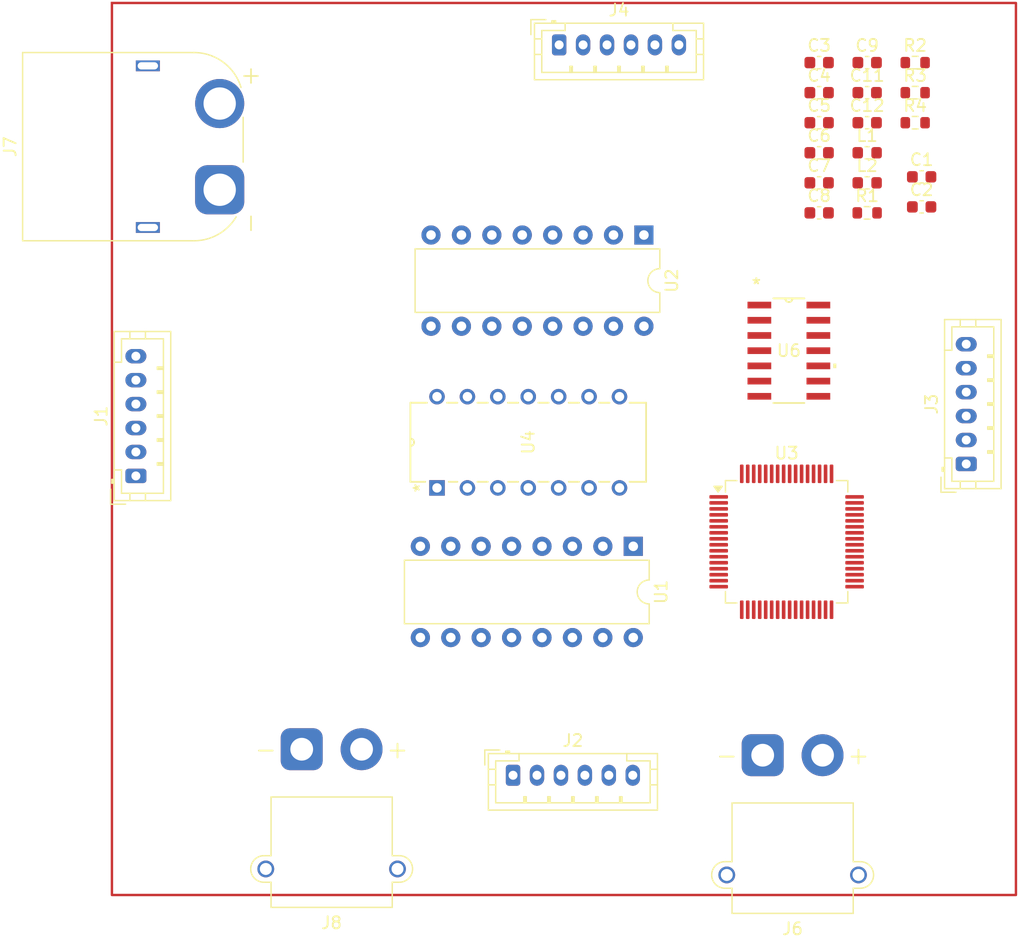
<source format=kicad_pcb>
(kicad_pcb (version 20240108) (generator "pcbnew") (generator_version "8.0")
  (layers (0 "F.Cu" signal) (31 "B.Cu" signal) (34 "B.Paste" user) (35 "F.Paste" user) (36 "B.SilkS" user "B.Silkscreen") (37 "F.SilkS" user "F.Silkscreen") (38 "B.Mask" user) (39 "F.Mask" user) (44 "Edge.Cuts" user))
  (net 0 "")
  (net 1 "/Motor2_4A")
  (net 2 "/Motor1_1A")
  (net 3 "GND")
  (net 4 "/Motor2_3A")
  (net 5 "/Motor2_M2")
  (net 6 "/Motor1_2A")
  (net 7 "/Motor1_M1")
  (net 8 "/Motor1_EN")
  (net 9 "+12V")
  (net 10 "/Motor2_EN")
  (net 11 "/Motor1_M2")
  (net 12 "/Motor2_M1")
  (net 13 "/Motor4_3A")
  (net 14 "/Motor3_1A")
  (net 15 "/Motor3_M1")
  (net 16 "/Motor3_2A")
  (net 17 "/Motor3_EN")
  (net 18 "/Motor4_EN")
  (net 19 "/Motor4_M2")
  (net 20 "/Motor4_4A")
  (net 21 "/Motor4_M1")
  (net 22 "/Motor3_M2")
  (net 28 "/Motor1_ENCB")
  (net 33 "Net-(J5-Pin_2)")
  (net 34 "/Motor2_ENCA")
  (net 37 "/Motor2_ENCB")
  (net 38 "/Motor3_ENCB")
  (net 42 "/Motor3_ENCA")
  (net 48 "/Motor4_ENCA")
  (net 51 "/Motor4_ENCB")
  (net 56 "+3.3V")
  (net 58 "/Motor1_ENCA")
  (net 66 "Net-(J5-Pin_3)")
  (net 69 "Net-(J5-Pin_1)")
  (net 73 "/Motor2_EncTicks")
  (net 74 "/Motor1_EncTicks")
  (net 75 "/Motor4_EncTicks")
  (net 76 "+5V")
  (net 77 "/Motor3_EncTicks")
  (net 86 "Net-(IC1-BST)")
  (net 87 "Net-(IC1-SW)")
  (net 88 "Net-(IC1-FB)")
  (net 89 "Net-(C5-Pad1)")
  (net 90 "Net-(C7-Pad1)")
  (net 91 "Net-(IC2-FB)")
  (net 92 "Net-(IC2-BST)")
  (net 93 "Net-(IC2-SW)")
  (footprint "Capacitor_SMD:C_0603_1608Metric" (layer "F.Cu") (at 214.215 68.53)
    (property "Reference" "C8" (at 0 -1.43 0) (layer "F.SilkS"))
    (property "Value" "22uF")
    (pad "1" smd roundrect (at -0.775 0) (size 0.9 0.95) (layers "F.Cu" "F.Paste" "F.Mask") (net 3 "GND"))
    (pad "2" smd roundrect (at 0.775 0) (size 0.9 0.95) (layers "F.Cu" "F.Paste" "F.Mask") (net 90 "Net-(C7-Pad1)"))
  )
  (footprint "Package_QFP:LQFP-64_10x10mm_P0.5mm" (layer "F.Cu") (at 211.5 96)
    (property "Reference" "U3" (at 0 -7.4 0) (layer "F.SilkS"))
    (property "Value" "STM32F030R8Tx")
    (pad "1" smd roundrect (at -5.675 -3.75) (size 1.55 0.3) (layers "F.Cu" "F.Paste" "F.Mask"))
    (pad "2" smd roundrect (at -5.675 -3.25) (size 1.55 0.3) (layers "F.Cu" "F.Paste" "F.Mask") (net 18 "/Motor4_EN"))
    (pad "3" smd roundrect (at -5.675 -2.75) (size 1.55 0.3) (layers "F.Cu" "F.Paste" "F.Mask") (net 75 "/Motor4_EncTicks"))
    (pad "4" smd roundrect (at -5.675 -2.25) (size 1.55 0.3) (layers "F.Cu" "F.Paste" "F.Mask"))
    (pad "5" smd roundrect (at -5.675 -1.75) (size 1.55 0.3) (layers "F.Cu" "F.Paste" "F.Mask"))
    (pad "6" smd roundrect (at -5.675 -1.25) (size 1.55 0.3) (layers "F.Cu" "F.Paste" "F.Mask"))
    (pad "7" smd roundrect (at -5.675 -0.75) (size 1.55 0.3) (layers "F.Cu" "F.Paste" "F.Mask"))
    (pad "8" smd roundrect (at -5.675 -0.25) (size 1.55 0.3) (layers "F.Cu" "F.Paste" "F.Mask") (net 2 "/Motor1_1A"))
    (pad "9" smd roundrect (at -5.675 0.25) (size 1.55 0.3) (layers "F.Cu" "F.Paste" "F.Mask") (net 8 "/Motor1_EN"))
    (pad "10" smd roundrect (at -5.675 0.75) (size 1.55 0.3) (layers "F.Cu" "F.Paste" "F.Mask") (net 74 "/Motor1_EncTicks"))
    (pad "11" smd roundrect (at -5.675 1.25) (size 1.55 0.3) (layers "F.Cu" "F.Paste" "F.Mask"))
    (pad "12" smd roundrect (at -5.675 1.75) (size 1.55 0.3) (layers "F.Cu" "F.Paste" "F.Mask"))
    (pad "13" smd roundrect (at -5.675 2.25) (size 1.55 0.3) (layers "F.Cu" "F.Paste" "F.Mask"))
    (pad "14" smd roundrect (at -5.675 2.75) (size 1.55 0.3) (layers "F.Cu" "F.Paste" "F.Mask"))
    (pad "15" smd roundrect (at -5.675 3.25) (size 1.55 0.3) (layers "F.Cu" "F.Paste" "F.Mask"))
    (pad "16" smd roundrect (at -5.675 3.75) (size 1.55 0.3) (layers "F.Cu" "F.Paste" "F.Mask") (net 8 "/Motor1_EN"))
    (pad "17" smd roundrect (at -3.75 5.675) (size 0.3 1.55) (layers "F.Cu" "F.Paste" "F.Mask"))
    (pad "18" smd roundrect (at -3.25 5.675) (size 0.3 1.55) (layers "F.Cu" "F.Paste" "F.Mask"))
    (pad "19" smd roundrect (at -2.75 5.675) (size 0.3 1.55) (layers "F.Cu" "F.Paste" "F.Mask"))
    (pad "20" smd roundrect (at -2.25 5.675) (size 0.3 1.55) (layers "F.Cu" "F.Paste" "F.Mask") (net 10 "/Motor2_EN"))
    (pad "21" smd roundrect (at -1.75 5.675) (size 0.3 1.55) (layers "F.Cu" "F.Paste" "F.Mask"))
    (pad "22" smd roundrect (at -1.25 5.675) (size 0.3 1.55) (layers "F.Cu" "F.Paste" "F.Mask") (net 17 "/Motor3_EN"))
    (pad "23" smd roundrect (at -0.75 5.675) (size 0.3 1.55) (layers "F.Cu" "F.Paste" "F.Mask") (net 18 "/Motor4_EN"))
    (pad "24" smd roundrect (at -0.25 5.675) (size 0.3 1.55) (layers "F.Cu" "F.Paste" "F.Mask") (net 4 "/Motor2_3A"))
    (pad "25" smd roundrect (at 0.25 5.675) (size 0.3 1.55) (layers "F.Cu" "F.Paste" "F.Mask") (net 10 "/Motor2_EN"))
    (pad "26" smd roundrect (at 0.75 5.675) (size 0.3 1.55) (layers "F.Cu" "F.Paste" "F.Mask"))
    (pad "27" smd roundrect (at 1.25 5.675) (size 0.3 1.55) (layers "F.Cu" "F.Paste" "F.Mask"))
    (pad "28" smd roundrect (at 1.75 5.675) (size 0.3 1.55) (layers "F.Cu" "F.Paste" "F.Mask"))
    (pad "29" smd roundrect (at 2.25 5.675) (size 0.3 1.55) (layers "F.Cu" "F.Paste" "F.Mask"))
    (pad "30" smd roundrect (at 2.75 5.675) (size 0.3 1.55) (layers "F.Cu" "F.Paste" "F.Mask"))
    (pad "31" smd roundrect (at 3.25 5.675) (size 0.3 1.55) (layers "F.Cu" "F.Paste" "F.Mask") (net 3 "GND"))
    (pad "32" smd roundrect (at 3.75 5.675) (size 0.3 1.55) (layers "F.Cu" "F.Paste" "F.Mask") (net 56 "+3.3V"))
    (pad "33" smd roundrect (at 5.675 3.75) (size 1.55 0.3) (layers "F.Cu" "F.Paste" "F.Mask"))
    (pad "34" smd roundrect (at 5.675 3.25) (size 1.55 0.3) (layers "F.Cu" "F.Paste" "F.Mask"))
    (pad "35" smd roundrect (at 5.675 2.75) (size 1.55 0.3) (layers "F.Cu" "F.Paste" "F.Mask"))
    (pad "36" smd roundrect (at 5.675 2.25) (size 1.55 0.3) (layers "F.Cu" "F.Paste" "F.Mask"))
    (pad "37" smd roundrect (at 5.675 1.75) (size 1.55 0.3) (layers "F.Cu" "F.Paste" "F.Mask") (net 73 "/Motor2_EncTicks"))
    (pad "38" smd roundrect (at 5.675 1.25) (size 1.55 0.3) (layers "F.Cu" "F.Paste" "F.Mask"))
    (pad "39" smd roundrect (at 5.675 0.75) (size 1.55 0.3) (layers "F.Cu" "F.Paste" "F.Mask") (net 14 "/Motor3_1A"))
    (pad "40" smd roundrect (at 5.675 0.25) (size 1.55 0.3) (layers "F.Cu" "F.Paste" "F.Mask") (net 17 "/Motor3_EN"))
    (pad "41" smd roundrect (at 5.675 -0.25) (size 1.55 0.3) (layers "F.Cu" "F.Paste" "F.Mask"))
    (pad "42" smd roundrect (at 5.675 -0.75) (size 1.55 0.3) (layers "F.Cu" "F.Paste" "F.Mask"))
    (pad "43" smd roundrect (at 5.675 -1.25) (size 1.55 0.3) (layers "F.Cu" "F.Paste" "F.Mask"))
    (pad "44" smd roundrect (at 5.675 -1.75) (size 1.55 0.3) (layers "F.Cu" "F.Paste" "F.Mask"))
    (pad "45" smd roundrect (at 5.675 -2.25) (size 1.55 0.3) (layers "F.Cu" "F.Paste" "F.Mask"))
    (pad "46" smd roundrect (at 5.675 -2.75) (size 1.55 0.3) (layers "F.Cu" "F.Paste" "F.Mask") (net 66 "Net-(J5-Pin_3)"))
    (pad "47" smd roundrect (at 5.675 -3.25) (size 1.55 0.3) (layers "F.Cu" "F.Paste" "F.Mask"))
    (pad "48" smd roundrect (at 5.675 -3.75) (size 1.55 0.3) (layers "F.Cu" "F.Paste" "F.Mask"))
    (pad "49" smd roundrect (at 3.75 -5.675) (size 0.3 1.55) (layers "F.Cu" "F.Paste" "F.Mask") (net 33 "Net-(J5-Pin_2)"))
    (pad "50" smd roundrect (at 3.25 -5.675) (size 0.3 1.55) (layers "F.Cu" "F.Paste" "F.Mask"))
    (pad "51" smd roundrect (at 2.75 -5.675) (size 0.3 1.55) (layers "F.Cu" "F.Paste" "F.Mask") (net 77 "/Motor3_EncTicks"))
    (pad "52" smd roundrect (at 2.25 -5.675) (size 0.3 1.55) (layers "F.Cu" "F.Paste" "F.Mask"))
    (pad "53" smd roundrect (at 1.75 -5.675) (size 0.3 1.55) (layers "F.Cu" "F.Paste" "F.Mask") (net 13 "/Motor4_3A"))
    (pad "54" smd roundrect (at 1.25 -5.675) (size 0.3 1.55) (layers "F.Cu" "F.Paste" "F.Mask"))
    (pad "55" smd roundrect (at 0.75 -5.675) (size 0.3 1.55) (layers "F.Cu" "F.Paste" "F.Mask"))
    (pad "56" smd roundrect (at 0.25 -5.675) (size 0.3 1.55) (layers "F.Cu" "F.Paste" "F.Mask"))
    (pad "57" smd roundrect (at -0.25 -5.675) (size 0.3 1.55) (layers "F.Cu" "F.Paste" "F.Mask"))
    (pad "58" smd roundrect (at -0.75 -5.675) (size 0.3 1.55) (layers "F.Cu" "F.Paste" "F.Mask"))
    (pad "59" smd roundrect (at -1.25 -5.675) (size 0.3 1.55) (layers "F.Cu" "F.Paste" "F.Mask"))
    (pad "60" smd roundrect (at -1.75 -5.675) (size 0.3 1.55) (layers "F.Cu" "F.Paste" "F.Mask"))
    (pad "61" smd roundrect (at -2.25 -5.675) (size 0.3 1.55) (layers "F.Cu" "F.Paste" "F.Mask"))
    (pad "62" smd roundrect (at -2.75 -5.675) (size 0.3 1.55) (layers "F.Cu" "F.Paste" "F.Mask"))
    (pad "63" smd roundrect (at -3.25 -5.675) (size 0.3 1.55) (layers "F.Cu" "F.Paste" "F.Mask") (net 3 "GND"))
    (pad "64" smd roundrect (at -3.75 -5.675) (size 0.3 1.55) (layers "F.Cu" "F.Paste" "F.Mask") (net 69 "Net-(J5-Pin_1)"))
  )
  (footprint "Resistor_SMD:R_0603_1608Metric" (layer "F.Cu") (at 222.235 58.49)
    (property "Reference" "R3" (at 0 -1.43 0) (layer "F.SilkS"))
    (property "Value" "93.1k")
    (pad "1" smd roundrect (at -0.825 0) (size 0.8 0.95) (layers "F.Cu" "F.Paste" "F.Mask") (net 56 "+3.3V"))
    (pad "2" smd roundrect (at 0.825 0) (size 0.8 0.95) (layers "F.Cu" "F.Paste" "F.Mask") (net 91 "Net-(IC2-FB)"))
  )
  (footprint "Connector_JST:JST_PH_B6B-PH-K_1x06_P2.00mm_Vertical" (layer "F.Cu") (at 192.5 54.5)
    (property "Reference" "J4" (at 5 -2.9 0) (layer "F.SilkS"))
    (property "Value" "Motor3_output")
    (pad "1" thru_hole roundrect (at 0 0) (size 1.2 1.75) (drill 0.75) (layers "*.Cu" "*.Mask") (roundrect_rratio 0.208333) (net 15 "/Motor3_M1"))
    (pad "2" thru_hole oval (at 2 0) (size 1.2 1.75) (drill 0.75) (layers "*.Cu" "*.Mask") (net 3 "GND"))
    (pad "3" thru_hole oval (at 4 0) (size 1.2 1.75) (drill 0.75) (layers "*.Cu" "*.Mask") (net 42 "/Motor3_ENCA"))
    (pad "4" thru_hole oval (at 6 0) (size 1.2 1.75) (drill 0.75) (layers "*.Cu" "*.Mask") (net 38 "/Motor3_ENCB"))
    (pad "5" thru_hole oval (at 8 0) (size 1.2 1.75) (drill 0.75) (layers "*.Cu" "*.Mask") (net 56 "+3.3V"))
    (pad "6" thru_hole oval (at 10 0) (size 1.2 1.75) (drill 0.75) (layers "*.Cu" "*.Mask") (net 22 "/Motor3_M2"))
  )
  (footprint "Capacitor_SMD:C_0603_1608Metric" (layer "F.Cu") (at 214.215 58.49)
    (property "Reference" "C4" (at 0 -1.43 0) (layer "F.SilkS"))
    (property "Value" "47pF")
    (pad "1" smd roundrect (at -0.775 0) (size 0.9 0.95) (layers "F.Cu" "F.Paste" "F.Mask") (net 76 "+5V"))
    (pad "2" smd roundrect (at 0.775 0) (size 0.9 0.95) (layers "F.Cu" "F.Paste" "F.Mask") (net 88 "Net-(IC1-FB)"))
  )
  (footprint "Package_DIP:DIP-16_W7.62mm" (layer "F.Cu") (at 199.58 70.38 -90)
    (property "Reference" "U2" (at 3.81 -2.33 90) (layer "F.SilkS"))
    (property "Value" "SN754410NE")
    (pad "1" thru_hole rect (at 0 0 270) (size 1.6 1.6) (drill 0.8) (layers "*.Cu" "*.Mask") (net 17 "/Motor3_EN"))
    (pad "2" thru_hole oval (at 0 2.54 270) (size 1.6 1.6) (drill 0.8) (layers "*.Cu" "*.Mask") (net 14 "/Motor3_1A"))
    (pad "3" thru_hole oval (at 0 5.08 270) (size 1.6 1.6) (drill 0.8) (layers "*.Cu" "*.Mask") (net 15 "/Motor3_M1"))
    (pad "4" thru_hole oval (at 0 7.62 270) (size 1.6 1.6) (drill 0.8) (layers "*.Cu" "*.Mask") (net 3 "GND"))
    (pad "5" thru_hole oval (at 0 10.16 270) (size 1.6 1.6) (drill 0.8) (layers "*.Cu" "*.Mask") (net 3 "GND"))
    (pad "6" thru_hole oval (at 0 12.7 270) (size 1.6 1.6) (drill 0.8) (layers "*.Cu" "*.Mask") (net 22 "/Motor3_M2"))
    (pad "7" thru_hole oval (at 0 15.24 270) (size 1.6 1.6) (drill 0.8) (layers "*.Cu" "*.Mask") (net 16 "/Motor3_2A"))
    (pad "8" thru_hole oval (at 0 17.78 270) (size 1.6 1.6) (drill 0.8) (layers "*.Cu" "*.Mask") (net 9 "+12V"))
    (pad "9" thru_hole oval (at 7.62 17.78 270) (size 1.6 1.6) (drill 0.8) (layers "*.Cu" "*.Mask") (net 18 "/Motor4_EN"))
    (pad "10" thru_hole oval (at 7.62 15.24 270) (size 1.6 1.6) (drill 0.8) (layers "*.Cu" "*.Mask") (net 13 "/Motor4_3A"))
    (pad "11" thru_hole oval (at 7.62 12.7 270) (size 1.6 1.6) (drill 0.8) (layers "*.Cu" "*.Mask") (net 21 "/Motor4_M1"))
    (pad "12" thru_hole oval (at 7.62 10.16 270) (size 1.6 1.6) (drill 0.8) (layers "*.Cu" "*.Mask") (net 3 "GND"))
    (pad "13" thru_hole oval (at 7.62 7.62 270) (size 1.6 1.6) (drill 0.8) (layers "*.Cu" "*.Mask") (net 3 "GND"))
    (pad "14" thru_hole oval (at 7.62 5.08 270) (size 1.6 1.6) (drill 0.8) (layers "*.Cu" "*.Mask") (net 19 "/Motor4_M2"))
    (pad "15" thru_hole oval (at 7.62 2.54 270) (size 1.6 1.6) (drill 0.8) (layers "*.Cu" "*.Mask") (net 20 "/Motor4_4A"))
    (pad "16" thru_hole oval (at 7.62 0 270) (size 1.6 1.6) (drill 0.8) (layers "*.Cu" "*.Mask") (net 9 "+12V"))
  )
  (footprint "Connector_AMASS:AMASS_XT60PW-M_1x02_P7.20mm_Horizontal" (layer "F.Cu") (at 164.15 66.6 90)
    (property "Reference" "J7" (at 3.6 -17.5 90) (layer "F.SilkS"))
    (property "Value" "12V Input")
    (fp_text user "-" (at -2.8 2.5 90) (layer "F.SilkS") (effects (font (size 1.5 1.5))))
    (fp_text user "+" (at 9.5 2.5 90) (layer "F.SilkS") (effects (font (size 1.5 1.5))))
    (pad "" thru_hole rect (at -3.15 -6 90) (size 0.9 2) (drill oval 0.6 1.7) (layers "*.Cu" "*.Mask"))
    (pad "" thru_hole rect (at 10.35 -6 90) (size 0.9 2) (drill oval 0.6 1.7) (layers "*.Cu" "*.Mask"))
    (pad "1" thru_hole roundrect (at 0 0 90) (size 4.1 4.1) (drill 2.7) (layers "*.Cu" "*.Mask") (net 9 "+12V"))
    (pad "2" thru_hole circle (at 7.2 0 90) (size 4.1 4.1) (drill 2.7) (layers "*.Cu" "*.Mask") (net 3 "GND"))
  )
  (footprint "Capacitor_SMD:C_0603_1608Metric" (layer "F.Cu") (at 218.225 58.49)
    (property "Reference" "C11" (at 0 -1.43 0) (layer "F.SilkS"))
    (property "Value" "10uF")
    (pad "1" smd roundrect (at -0.775 0) (size 0.9 0.95) (layers "F.Cu" "F.Paste" "F.Mask") (net 9 "+12V"))
    (pad "2" smd roundrect (at 0.775 0) (size 0.9 0.95) (layers "F.Cu" "F.Paste" "F.Mask") (net 3 "GND"))
  )
  (footprint "Capacitor_SMD:C_0603_1608Metric" (layer "F.Cu") (at 222.775 65.52)
    (property "Reference" "C1" (at 0 -1.43 0) (layer "F.SilkS"))
    (property "Value" ".1 uF")
    (pad "1" smd roundrect (at -0.775 0) (size 0.9 0.95) (layers "F.Cu" "F.Paste" "F.Mask") (net 3 "GND"))
    (pad "2" smd roundrect (at 0.775 0) (size 0.9 0.95) (layers "F.Cu" "F.Paste" "F.Mask") (net 56 "+3.3V"))
  )
  (footprint "Capacitor_SMD:C_0603_1608Metric" (layer "F.Cu") (at 218.225 55.98)
    (property "Reference" "C9" (at 0 -1.43 0) (layer "F.SilkS"))
    (property "Value" "56pF")
    (pad "1" smd roundrect (at -0.775 0) (size 0.9 0.95) (layers "F.Cu" "F.Paste" "F.Mask") (net 56 "+3.3V"))
    (pad "2" smd roundrect (at 0.775 0) (size 0.9 0.95) (layers "F.Cu" "F.Paste" "F.Mask") (net 91 "Net-(IC2-FB)"))
  )
  (footprint "Inductor_SMD:L_0603_1608Metric" (layer "F.Cu") (at 218.225 63.51)
    (property "Reference" "L1" (at 0 -1.43 0) (layer "F.SilkS"))
    (property "Value" "6.8u")
    (pad "1" smd roundrect (at -0.7875 0) (size 0.875 0.95) (layers "F.Cu" "F.Paste" "F.Mask") (net 76 "+5V"))
    (pad "2" smd roundrect (at 0.7875 0) (size 0.875 0.95) (layers "F.Cu" "F.Paste" "F.Mask") (net 87 "Net-(IC1-SW)"))
  )
  (footprint "Capacitor_SMD:C_0603_1608Metric" (layer "F.Cu") (at 214.215 55.98)
    (property "Reference" "C3" (at 0 -1.43 0) (layer "F.SilkS"))
    (property "Value" "100nF")
    (pad "1" smd roundrect (at -0.775 0) (size 0.9 0.95) (layers "F.Cu" "F.Paste" "F.Mask") (net 87 "Net-(IC1-SW)"))
    (pad "2" smd roundrect (at 0.775 0) (size 0.9 0.95) (layers "F.Cu" "F.Paste" "F.Mask") (net 86 "Net-(IC1-BST)"))
  )
  (footprint "Capacitor_SMD:C_0603_1608Metric" (layer "F.Cu") (at 214.215 63.51)
    (property "Reference" "C6" (at 0 -1.43 0) (layer "F.SilkS"))
    (property "Value" "22uF")
    (pad "1" smd roundrect (at -0.775 0) (size 0.9 0.95) (layers "F.Cu" "F.Paste" "F.Mask") (net 3 "GND"))
    (pad "2" smd roundrect (at 0.775 0) (size 0.9 0.95) (layers "F.Cu" "F.Paste" "F.Mask") (net 89 "Net-(C5-Pad1)"))
  )
  (footprint "Connector_AMASS:AMASS_XT30PW-M_1x02_P2.50mm_Horizontal" (layer "F.Cu") (at 171 113.325 180)
    (property "Reference" "J8" (at -2.5 -14.5 180) (layer "F.SilkS"))
    (property "Value" "5V Input")
    (fp_text user "+" (at -8 0 180) (layer "F.SilkS") (effects (font (size 1.5 1.5))))
    (fp_text user "-" (at 3 0 180) (layer "F.SilkS") (effects (font (size 1.5 1.5))))
    (pad "" thru_hole circle (at -8 -10 180) (size 1.4 1.4) (drill 1) (layers "*.Cu" "*.Mask"))
    (pad "" thru_hole circle (at 3 -10 180) (size 1.4 1.4) (drill 1) (layers "*.Cu" "*.Mask"))
    (pad "1" thru_hole roundrect (at 0 0 180) (size 3.5 3.5) (drill 1.9) (layers "*.Cu" "*.Mask") (roundrect_rratio 0.22) (net 76 "+5V"))
    (pad "2" thru_hole circle (at -5 0 180) (size 3.5 3.5) (drill 1.9) (layers "*.Cu" "*.Mask") (net 3 "GND"))
  )
  (footprint "Capacitor_SMD:C_0603_1608Metric" (layer "F.Cu") (at 214.215 61)
    (property "Reference" "C5" (at 0 -1.43 0) (layer "F.SilkS"))
    (property "Value" "22uF")
    (pad "1" smd roundrect (at -0.775 0) (size 0.9 0.95) (layers "F.Cu" "F.Paste" "F.Mask") (net 89 "Net-(C5-Pad1)"))
    (pad "2" smd roundrect (at 0.775 0) (size 0.9 0.95) (layers "F.Cu" "F.Paste" "F.Mask") (net 76 "+5V"))
  )
  (footprint "Resistor_SMD:R_0603_1608Metric" (layer "F.Cu") (at 222.235 55.98)
    (property "Reference" "R2" (at 0 -1.43 0) (layer "F.SilkS"))
    (property "Value" "30.1k")
    (pad "1" smd roundrect (at -0.825 0) (size 0.8 0.95) (layers "F.Cu" "F.Paste" "F.Mask") (net 88 "Net-(IC1-FB)"))
    (pad "2" smd roundrect (at 0.825 0) (size 0.8 0.95) (layers "F.Cu" "F.Paste" "F.Mask") (net 3 "GND"))
  )
  (footprint "Capacitor_SMD:C_0603_1608Metric" (layer "F.Cu") (at 222.775 68.03)
    (property "Reference" "C2" (at 0 -1.43 0) (layer "F.SilkS"))
    (property "Value" ".1 uF")
    (pad "1" smd roundrect (at -0.775 0) (size 0.9 0.95) (layers "F.Cu" "F.Paste" "F.Mask") (net 3 "GND"))
    (pad "2" smd roundrect (at 0.775 0) (size 0.9 0.95) (layers "F.Cu" "F.Paste" "F.Mask") (net 69 "Net-(J5-Pin_1)"))
  )
  (footprint "Capacitor_SMD:C_0603_1608Metric" (layer "F.Cu") (at 214.215 66.02)
    (property "Reference" "C7" (at 0 -1.43 0) (layer "F.SilkS"))
    (property "Value" "22uF")
    (pad "1" smd roundrect (at -0.775 0) (size 0.9 0.95) (layers "F.Cu" "F.Paste" "F.Mask") (net 90 "Net-(C7-Pad1)"))
    (pad "2" smd roundrect (at 0.775 0) (size 0.9 0.95) (layers "F.Cu" "F.Paste" "F.Mask") (net 56 "+3.3V"))
  )
  (footprint "Resistor_SMD:R_0603_1608Metric" (layer "F.Cu") (at 218.225 68.53)
    (property "Reference" "R1" (at 0 -1.43 0) (layer "F.SilkS"))
    (property "Value" "158k")
    (pad "1" smd roundrect (at -0.825 0) (size 0.8 0.95) (layers "F.Cu" "F.Paste" "F.Mask") (net 76 "+5V"))
    (pad "2" smd roundrect (at 0.825 0) (size 0.8 0.95) (layers "F.Cu" "F.Paste" "F.Mask") (net 88 "Net-(IC1-FB)"))
  )
  (footprint "Connector_JST:JST_PH_B6B-PH-K_1x06_P2.00mm_Vertical" (layer "F.Cu") (at 157.15 90.5 90)
    (property "Reference" "J1" (at 5 -2.9 90) (layer "F.SilkS"))
    (property "Value" "Motor1_output")
    (pad "1" thru_hole roundrect (at 0 0 90) (size 1.2 1.75) (drill 0.75) (layers "*.Cu" "*.Mask") (roundrect_rratio 0.208333) (net 7 "/Motor1_M1"))
    (pad "2" thru_hole oval (at 2 0 90) (size 1.2 1.75) (drill 0.75) (layers "*.Cu" "*.Mask") (net 3 "GND"))
    (pad "3" thru_hole oval (at 4 0 90) (size 1.2 1.75) (drill 0.75) (layers "*.Cu" "*.Mask") (net 58 "/Motor1_ENCA"))
    (pad "4" thru_hole oval (at 6 0 90) (size 1.2 1.75) (drill 0.75) (layers "*.Cu" "*.Mask") (net 28 "/Motor1_ENCB"))
    (pad "5" thru_hole oval (at 8 0 90) (size 1.2 1.75) (drill 0.75) (layers "*.Cu" "*.Mask") (net 56 "+3.3V"))
    (pad "6" thru_hole oval (at 10 0 90) (size 1.2 1.75) (drill 0.75) (layers "*.Cu" "*.Mask") (net 11 "/Motor1_M2"))
  )
  (footprint "Connector_JST:JST_PH_B6B-PH-K_1x06_P2.00mm_Vertical" (layer "F.Cu") (at 188.65 115.5)
    (property "Reference" "J2" (at 5 -2.9 0) (layer "F.SilkS"))
    (property "Value" "Motor2_output")
    (pad "1" thru_hole roundrect (at 0 0) (size 1.2 1.75) (drill 0.75) (layers "*.Cu" "*.Mask") (roundrect_rratio 0.208333) (net 12 "/Motor2_M1"))
    (pad "2" thru_hole oval (at 2 0) (size 1.2 1.75) (drill 0.75) (layers "*.Cu" "*.Mask") (net 3 "GND"))
    (pad "3" thru_hole oval (at 4 0) (size 1.2 1.75) (drill 0.75) (layers "*.Cu" "*.Mask") (net 34 "/Motor2_ENCA"))
    (pad "4" thru_hole oval (at 6 0) (size 1.2 1.75) (drill 0.75) (layers "*.Cu" "*.Mask") (net 37 "/Motor2_ENCB"))
    (pad "5" thru_hole oval (at 8 0) (size 1.2 1.75) (drill 0.75) (layers "*.Cu" "*.Mask") (net 56 "+3.3V"))
    (pad "6" thru_hole oval (at 10 0) (size 1.2 1.75) (drill 0.75) (layers "*.Cu" "*.Mask") (net 5 "/Motor2_M2"))
  )
  (footprint "Inductor_SMD:L_0603_1608Metric" (layer "F.Cu") (at 218.225 66.02)
    (property "Reference" "L2" (at 0 -1.43 0) (layer "F.SilkS"))
    (property "Value" "4.7u")
    (pad "1" smd roundrect (at -0.7875 0) (size 0.875 0.95) (layers "F.Cu" "F.Paste" "F.Mask") (net 56 "+3.3V"))
    (pad "2" smd roundrect (at 0.7875 0) (size 0.875 0.95) (layers "F.Cu" "F.Paste" "F.Mask"))
  )
  (footprint "Resistor_SMD:R_0603_1608Metric" (layer "F.Cu") (at 222.235 61)
    (property "Reference" "R4" (at 0 -1.43 0) (layer "F.SilkS"))
    (property "Value" "30.1k")
    (pad "1" smd roundrect (at -0.825 0) (size 0.8 0.95) (layers "F.Cu" "F.Paste" "F.Mask") (net 91 "Net-(IC2-FB)"))
    (pad "2" smd roundrect (at 0.825 0) (size 0.8 0.95) (layers "F.Cu" "F.Paste" "F.Mask") (net 3 "GND"))
  )
  (footprint "CD74HC04E:N14" (layer "F.Cu") (at 197.54 83.88 90)
    (property "Reference" "U4" (at -3.81 -7.62 90) (layer "F.SilkS"))
    (property "Value" "CD74HC04E")
    (fp_text user "*" (at -7.62 -16.6497 90) (layer "F.SilkS"))
    (fp_text user "*" (at -7.62 -16.6497 90) (layer "F.SilkS"))
    (pad "1" thru_hole rect (at -7.62 -15.24 90) (size 1.2954 1.2954) (drill 0.7874) (layers "*.Cu" "*.Mask") (net 2 "/Motor1_1A"))
    (pad "2" thru_hole circle (at -7.62 -12.7 90) (size 1.2954 1.2954) (drill 0.7874) (layers "*.Cu" "*.Mask") (net 6 "/Motor1_2A"))
    (pad "3" thru_hole circle (at -7.62 -10.16 90) (size 1.2954 1.2954) (drill 0.7874) (layers "*.Cu" "*.Mask") (net 4 "/Motor2_3A"))
    (pad "4" thru_hole circle (at -7.62 -7.62 90) (size 1.2954 1.2954) (drill 0.7874) (layers "*.Cu" "*.Mask") (net 1 "/Motor2_4A"))
    (pad "5" thru_hole circle (at -7.62 -5.08 90) (size 1.2954 1.2954) (drill 0.7874) (layers "*.Cu" "*.Mask") (net 14 "/Motor3_1A"))
    (pad "6" thru_hole circle (at -7.62 -2.54 90) (size 1.2954 1.2954) (drill 0.7874) (layers "*.Cu" "*.Mask") (net 16 "/Motor3_2A"))
    (pad "7" thru_hole circle (at -7.62 0 90) (size 1.2954 1.2954) (drill 0.7874) (layers "*.Cu" "*.Mask") (net 3 "GND"))
    (pad "8" thru_hole circle (at 0 0 90) (size 1.2954 1.2954) (drill 0.7874) (layers "*.Cu" "*.Mask") (net 20 "/Motor4_4A"))
    (pad "9" thru_hole circle (at 0 -2.54 90) (size 1.2954 1.2954) (drill 0.7874) (layers "*.Cu" "*.Mask") (net 13 "/Motor4_3A"))
    (pad "10" thru_hole circle (at 0 -5.08 90) (size 1.2954 1.2954) (drill 0.7874) (layers "*.Cu" "*.Mask"))
    (pad "11" thru_hole circle (at 0 -7.62 90) (size 1.2954 1.2954) (drill 0.7874) (layers "*.Cu" "*.Mask"))
    (pad "12" thru_hole circle (at 0 -10.16 90) (size 1.2954 1.2954) (drill 0.7874) (layers "*.Cu" "*.Mask"))
    (pad "13" thru_hole circle (at 0 -12.7 90) (size 1.2954 1.2954) (drill 0.7874) (layers "*.Cu" "*.Mask"))
    (pad "14" thru_hole circle (at 0 -15.24 90) (size 1.2954 1.2954) (drill 0.7874) (layers "*.Cu" "*.Mask") (net 76 "+5V"))
  )
  (footprint "Package_DIP:DIP-16_W7.62mm" (layer "F.Cu") (at 198.69 96.38 -90)
    (property "Reference" "U1" (at 3.81 -2.33 90) (layer "F.SilkS"))
    (property "Value" "SN754410NE")
    (pad "1" thru_hole rect (at 0 0 270) (size 1.6 1.6) (drill 0.8) (layers "*.Cu" "*.Mask") (net 8 "/Motor1_EN"))
    (pad "2" thru_hole oval (at 0 2.54 270) (size 1.6 1.6) (drill 0.8) (layers "*.Cu" "*.Mask") (net 2 "/Motor1_1A"))
    (pad "3" thru_hole oval (at 0 5.08 270) (size 1.6 1.6) (drill 0.8) (layers "*.Cu" "*.Mask") (net 7 "/Motor1_M1"))
    (pad "4" thru_hole oval (at 0 7.62 270) (size 1.6 1.6) (drill 0.8) (layers "*.Cu" "*.Mask") (net 3 "GND"))
    (pad "5" thru_hole oval (at 0 10.16 270) (size 1.6 1.6) (drill 0.8) (layers "*.Cu" "*.Mask") (net 3 "GND"))
    (pad "6" thru_hole oval (at 0 12.7 270) (size 1.6 1.6) (drill 0.8) (layers "*.Cu" "*.Mask") (net 11 "/Motor1_M2"))
    (pad "7" thru_hole oval (at 0 15.24 270) (size 1.6 1.6) (drill 0.8) (layers "*.Cu" "*.Mask") (net 6 "/Motor1_2A"))
    (pad "8" thru_hole oval (at 0 17.78 270) (size 1.6 1.6) (drill 0.8) (layers "*.Cu" "*.Mask") (net 9 "+12V"))
    (pad "9" thru_hole oval (at 7.62 17.78 270) (size 1.6 1.6) (drill 0.8) (layers "*.Cu" "*.Mask") (net 10 "/Motor2_EN"))
    (pad "10" thru_hole oval (at 7.62 15.24 270) (size 1.6 1.6) (drill 0.8) (layers "*.Cu" "*.Mask") (net 4 "/Motor2_3A"))
    (pad "11" thru_hole oval (at 7.62 12.7 270) (size 1.6 1.6) (drill 0.8) (layers "*.Cu" "*.Mask") (net 12 "/Motor2_M1"))
    (pad "12" thru_hole oval (at 7.62 10.16 270) (size 1.6 1.6) (drill 0.8) (layers "*.Cu" "*.Mask") (net 3 "GND"))
    (pad "13" thru_hole oval (at 7.62 7.62 270) (size 1.6 1.6) (drill 0.8) (layers "*.Cu" "*.Mask") (net 3 "GND"))
    (pad "14" thru_hole oval (at 7.62 5.08 270) (size 1.6 1.6) (drill 0.8) (layers "*.Cu" "*.Mask") (net 5 "/Motor2_M2"))
    (pad "15" thru_hole oval (at 7.62 2.54 270) (size 1.6 1.6) (drill 0.8) (layers "*.Cu" "*.Mask") (net 1 "/Motor2_4A"))
    (pad "16" thru_hole oval (at 7.62 0 270) (size 1.6 1.6) (drill 0.8) (layers "*.Cu" "*.Mask") (net 9 "+12V"))
  )
  (footprint "Connector_JST:JST_PH_B6B-PH-K_1x06_P2.00mm_Vertical" (layer "F.Cu") (at 226.5 89.5 90)
    (property "Reference" "J3" (at 5 -2.9 90) (layer "F.SilkS"))
    (property "Value" "Motor4_output")
    (pad "1" thru_hole roundrect (at 0 0 90) (size 1.2 1.75) (drill 0.75) (layers "*.Cu" "*.Mask") (roundrect_rratio 0.208333) (net 21 "/Motor4_M1"))
    (pad "2" thru_hole oval (at 2 0 90) (size 1.2 1.75) (drill 0.75) (layers "*.Cu" "*.Mask") (net 3 "GND"))
    (pad "3" thru_hole oval (at 4 0 90) (size 1.2 1.75) (drill 0.75) (layers "*.Cu" "*.Mask") (net 48 "/Motor4_ENCA"))
    (pad "4" thru_hole oval (at 6 0 90) (size 1.2 1.75) (drill 0.75) (layers "*.Cu" "*.Mask") (net 51 "/Motor4_ENCB"))
    (pad "5" thru_hole oval (at 8 0 90) (size 1.2 1.75) (drill 0.75) (layers "*.Cu" "*.Mask") (net 56 "+3.3V"))
    (pad "6" thru_hole oval (at 10 0 90) (size 1.2 1.75) (drill 0.75) (layers "*.Cu" "*.Mask") (net 19 "/Motor4_M2"))
  )
  (footprint "Connector_AMASS:AMASS_XT30PW-M_1x02_P2.50mm_Horizontal" (layer "F.Cu") (at 209.5 113.825 180)
    (property "Reference" "J6" (at -2.5 -14.5 180) (layer "F.SilkS"))
    (property "Value" "3.3V Input")
    (fp_text user "-" (at 3 0 180) (layer "F.SilkS") (effects (font (size 1.5 1.5))))
    (fp_text user "+" (at -8 0 180) (layer "F.SilkS") (effects (font (size 1.5 1.5))))
    (pad "" thru_hole circle (at -8 -10 180) (size 1.4 1.4) (drill 1) (layers "*.Cu" "*.Mask"))
    (pad "" thru_hole circle (at 3 -10 180) (size 1.4 1.4) (drill 1) (layers "*.Cu" "*.Mask"))
    (pad "1" thru_hole roundrect (at 0 0 180) (size 3.5 3.5) (drill 1.9) (layers "*.Cu" "*.Mask") (roundrect_rratio 0.22) (net 56 "+3.3V"))
    (pad "2" thru_hole circle (at -5 0 180) (size 3.5 3.5) (drill 1.9) (layers "*.Cu" "*.Mask") (net 3 "GND"))
  )
  (footprint "Capacitor_SMD:C_0603_1608Metric" (layer "F.Cu") (at 218.225 61)
    (property "Reference" "C12" (at 0 -1.43 0) (layer "F.SilkS"))
    (property "Value" "100nF")
    (pad "1" smd roundrect (at -0.775 0) (size 0.9 0.95) (layers "F.Cu" "F.Paste" "F.Mask") (net 93 "Net-(IC2-SW)"))
    (pad "2" smd roundrect (at 0.775 0) (size 0.9 0.95) (layers "F.Cu" "F.Paste" "F.Mask") (net 92 "Net-(IC2-BST)"))
  )
  (footprint "SN74AC86DR:D14" (layer "F.Cu") (at 211.6862 80.04)
    (property "Reference" "U6" (at 0 0 0) (layer "F.SilkS"))
    (property "Value" "SN74AC86DR")
    (fp_text user "*" (at -2.7178 -5.5118 0) (layer "F.SilkS"))
    (fp_text user "*" (at -2.7178 -5.5118 0) (layer "F.SilkS"))
    (pad "1" smd rect (at -2.4638 -3.81) (size 1.9812 0.5588) (layers "F.Cu" "F.Paste" "F.Mask") (net 58 "/Motor1_ENCA"))
    (pad "2" smd rect (at -2.4638 -2.54) (size 1.9812 0.5588) (layers "F.Cu" "F.Paste" "F.Mask") (net 28 "/Motor1_ENCB"))
    (pad "3" smd rect (at -2.4638 -1.27) (size 1.9812 0.5588) (layers "F.Cu" "F.Paste" "F.Mask") (net 74 "/Motor1_EncTicks"))
    (pad "4" smd rect (at -2.4638 0) (size 1.9812 0.5588) (layers "F.Cu" "F.Paste" "F.Mask") (net 34 "/Motor2_ENCA"))
    (pad "5" smd rect (at -2.4638 1.27) (size 1.9812 0.5588) (layers "F.Cu" "F.Paste" "F.Mask") (net 37 "/Motor2_ENCB"))
    (pad "6" smd rect (at -2.4638 2.54) (size 1.9812 0.5588) (layers "F.Cu" "F.Paste" "F.Mask") (net 73 "/Motor2_EncTicks"))
    (pad "7" smd rect (at -2.4638 3.81) (size 1.9812 0.5588) (layers "F.Cu" "F.Paste" "F.Mask") (net 3 "GND"))
    (pad "8" smd rect (at 2.4638 3.81) (size 1.9812 0.5588) (layers "F.Cu" "F.Paste" "F.Mask") (net 77 "/Motor3_EncTicks"))
    (pad "9" smd rect (at 2.4638 2.54) (size 1.9812 0.5588) (layers "F.Cu" "F.Paste" "F.Mask") (net 42 "/Motor3_ENCA"))
    (pad "10" smd rect (at 2.4638 1.27) (size 1.9812 0.5588) (layers "F.Cu" "F.Paste" "F.Mask") (net 38 "/Motor3_ENCB"))
    (pad "11" smd rect (at 2.4638 0) (size 1.9812 0.5588) (layers "F.Cu" "F.Paste" "F.Mask") (net 75 "/Motor4_EncTicks"))
    (pad "12" smd rect (at 2.4638 -1.27) (size 1.9812 0.5588) (layers "F.Cu" "F.Paste" "F.Mask") (net 48 "/Motor4_ENCA"))
    (pad "13" smd rect (at 2.4638 -2.54) (size 1.9812 0.5588) (layers "F.Cu" "F.Paste" "F.Mask") (net 51 "/Motor4_ENCB"))
    (pad "14" smd rect (at 2.4638 -3.81) (size 1.9812 0.5588) (layers "F.Cu" "F.Paste" "F.Mask") (net 76 "+5V"))
  )
  (gr_rect (start 155.15 51) (end 230.65 125.5) (stroke (width 0.2)) (fill none) (layer "F.Cu"))
)
</source>
